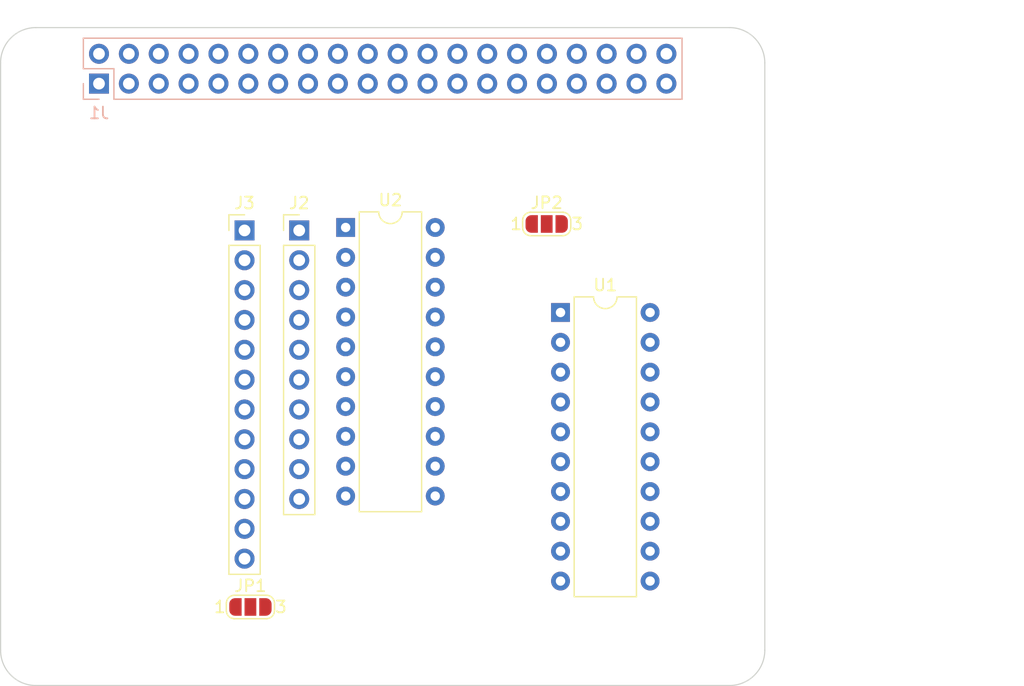
<source format=kicad_pcb>
(kicad_pcb (version 20211014) (generator pcbnew)
  (title_block (date "15 nov 2012"))
  (layers (0 "F.Cu" signal) (31 "B.Cu" signal) (34 "B.Paste" user) (35 "F.Paste" user) (36 "B.SilkS" user "B.Silkscreen") (37 "F.SilkS" user "F.Silkscreen") (38 "B.Mask" user) (39 "F.Mask" user) (44 "Edge.Cuts" user))
  (net 0 "")
  (net 1 "GND")
  (net 2 "PWR3")
  (net 3 "PWR")
  (net 4 "/GPIO2(SDA1)")
  (net 5 "/GPIO[14]{slash}TXD0")
  (net 6 "/GPIO[15]{slash}RXD0")
  (net 7 "/GPIO3(SCL1)")
  (net 8 "/GPIO[18]{slash}PCM.CLK")
  (net 9 "/GPIO4(GCLK)")
  (net 10 "/GPIO17(GEN0)")
  (net 11 "/GPIO27(GEN2)")
  (net 12 "/GPIO22(GEN3)")
  (net 13 "/GPIO23(GEN4)")
  (net 14 "/GPIO24(GEN5)")
  (net 15 "/GPIO10(SPI0_MOSI)")
  (net 16 "/GPIO9(SPI0_MISO)")
  (net 17 "/GPIO25(GEN6)")
  (net 18 "/GPIO11(SPI0_SCK)")
  (net 19 "/ID_SDA")
  (net 20 "/ID_SCL")
  (net 21 "EIO_2")
  (net 22 "/GPIO7(SPI1_CE_N)")
  (net 23 "/GPIO5")
  (net 24 "/GPIO6")
  (net 25 "PWM0")
  (net 26 "/GPIO[16]")
  (net 27 "/GPIO[26]")
  (net 28 "PWM1")
  (net 29 "/GPIO19(SPI1_MISO)")
  (net 30 "/GPIO20(SPI1_MOSI)")
  (net 31 "/GPIO21(SPI1_SCK)")
  (net 32 "/DA0")
  (net 33 "/DA1")
  (net 34 "/DA2")
  (net 35 "/DA3")
  (net 36 "/DA4")
  (net 37 "/DA5")
  (net 38 "/DA6")
  (net 39 "/DA7")
  (net 40 "OE")
  (net 41 "CS")
  (net 42 "WE")
  (net 43 "RST")
  (net 44 "CLK")
  (net 45 "CLR")
  (net 46 "EIO_0")
  (net 47 "EIO_1")
  (net 48 "EXT0")
  (net 49 "EXT1")
  (footprint "MountingHole:MountingHole_2.7mm_M2.5" (layer "F.Cu") (at 161.5 47.5)
    (fp_text reference "MH2" hide)
    (fp_text value "MountingHole_2.7mm_M2.5" hide)
    (pad "" np_thru_hole circle locked (at 0 0) (size 2.7 2.7) (drill 2.7) (layers *.Cu *.Mask))
  )
  (footprint "Package_DIP:DIP-20_W7.62mm" (layer "F.Cu") (at 129.35 61.015)
    (fp_text reference "U2" (at 3.81 -2.33) (layer "F.SilkS"))
    (fp_text value "74HC244")
    (fp_line (start 2.81 -1.33) (end 1.16 -1.33) (layer "F.SilkS") (width 0.12))
    (fp_line (start 6.46 24.19) (end 6.46 -1.33) (layer "F.SilkS") (width 0.12))
    (fp_line (start 1.16 -1.33) (end 1.16 24.19) (layer "F.SilkS") (width 0.12))
    (fp_line (start 1.16 24.19) (end 6.46 24.19) (layer "F.SilkS") (width 0.12))
    (fp_line (start 6.46 -1.33) (end 4.81 -1.33) (layer "F.SilkS") (width 0.12))
    (fp_arc (start 4.81 -1.33) (mid 3.81 -0.33) (end 2.81 -1.33) (layer "F.SilkS") (width 0.12))
    (pad "1" thru_hole rect (at 0 0) (size 1.6 1.6) (drill 0.8) (layers *.Cu *.Mask) (net 1 "GND"))
    (pad "2" thru_hole oval (at 0 2.54) (size 1.6 1.6) (drill 0.8) (layers *.Cu *.Mask) (net 10 "/GPIO17(GEN0)"))
    (pad "3" thru_hole oval (at 0 5.08) (size 1.6 1.6) (drill 0.8) (layers *.Cu *.Mask) (net 42 "WE"))
    (pad "4" thru_hole oval (at 0 7.62) (size 1.6 1.6) (drill 0.8) (layers *.Cu *.Mask) (net 11 "/GPIO27(GEN2)"))
    (pad "5" thru_hole oval (at 0 10.16) (size 1.6 1.6) (drill 0.8) (layers *.Cu *.Mask) (net 43 "RST"))
    (pad "6" thru_hole oval (at 0 12.7) (size 1.6 1.6) (drill 0.8) (layers *.Cu *.Mask) (net 16 "/GPIO9(SPI0_MISO)"))
    (pad "7" thru_hole oval (at 0 15.24) (size 1.6 1.6) (drill 0.8) (layers *.Cu *.Mask) (net 48 "EXT0"))
    (pad "8" thru_hole oval (at 0 17.78) (size 1.6 1.6) (drill 0.8) (layers *.Cu *.Mask) (net 15 "/GPIO10(SPI0_MOSI)"))
    (pad "9" thru_hole oval (at 0 20.32) (size 1.6 1.6) (drill 0.8) (layers *.Cu *.Mask) (net 49 "EXT1"))
    (pad "10" thru_hole oval (at 0 22.86) (size 1.6 1.6) (drill 0.8) (layers *.Cu *.Mask) (net 1 "GND"))
    (pad "11" thru_hole oval (at 7.62 22.86) (size 1.6 1.6) (drill 0.8) (layers *.Cu *.Mask) (net 17 "/GPIO25(GEN6)"))
    (pad "12" thru_hole oval (at 7.62 20.32) (size 1.6 1.6) (drill 0.8) (layers *.Cu *.Mask) (net 41 "CS"))
    (pad "13" thru_hole oval (at 7.62 17.78) (size 1.6 1.6) (drill 0.8) (layers *.Cu *.Mask) (net 14 "/GPIO24(GEN5)"))
    (pad "14" thru_hole oval (at 7.62 15.24) (size 1.6 1.6) (drill 0.8) (layers *.Cu *.Mask) (net 40 "OE"))
    (pad "15" thru_hole oval (at 7.62 12.7) (size 1.6 1.6) (drill 0.8) (layers *.Cu *.Mask) (net 29 "/GPIO19(SPI1_MISO)"))
    (pad "16" thru_hole oval (at 7.62 10.16) (size 1.6 1.6) (drill 0.8) (layers *.Cu *.Mask) (net 45 "CLR"))
    (pad "17" thru_hole oval (at 7.62 7.62) (size 1.6 1.6) (drill 0.8) (layers *.Cu *.Mask) (net 18 "/GPIO11(SPI0_SCK)"))
    (pad "18" thru_hole oval (at 7.62 5.08) (size 1.6 1.6) (drill 0.8) (layers *.Cu *.Mask) (net 44 "CLK"))
    (pad "19" thru_hole oval (at 7.62 2.54) (size 1.6 1.6) (drill 0.8) (layers *.Cu *.Mask) (net 1 "GND"))
    (pad "20" thru_hole oval (at 7.62 0) (size 1.6 1.6) (drill 0.8) (layers *.Cu *.Mask) (net 3 "PWR"))
  )
  (footprint "Jumper:SolderJumper-3_P1.3mm_Open_RoundedPad1.0x1.5mm_NumberLabels" (layer "F.Cu") (at 146.45 60.715)
    (fp_text reference "JP2" (at 0 -1.8) (layer "F.SilkS"))
    (fp_text value "SolderJumper_3_Open")
    (fp_text user "3" (at 2.6 0) (layer "F.SilkS"))
    (fp_text user "1" (at -2.6 0) (layer "F.SilkS"))
    (fp_line (start -2.05 0.3) (end -2.05 -0.3) (layer "F.SilkS") (width 0.12))
    (fp_line (start 1.4 1) (end -1.4 1) (layer "F.SilkS") (width 0.12))
    (fp_line (start -1.4 -1) (end 1.4 -1) (layer "F.SilkS") (width 0.12))
    (fp_line (start 2.05 -0.3) (end 2.05 0.3) (layer "F.SilkS") (width 0.12))
    (fp_arc (start 2.05 0.3) (mid 1.844975 0.794975) (end 1.35 1) (layer "F.SilkS") (width 0.12))
    (fp_arc (start -2.05 -0.3) (mid -1.844975 -0.794975) (end -1.35 -1) (layer "F.SilkS") (width 0.12))
    (fp_arc (start -1.35 1) (mid -1.844975 0.794975) (end -2.05 0.3) (layer "F.SilkS") (width 0.12))
    (fp_arc (start 1.35 -1) (mid 1.844975 -0.794975) (end 2.05 -0.3) (layer "F.SilkS") (width 0.12))
    (pad "1" smd custom (at -1.3 0) (size 1 0.5) (layers "F.Cu" "F.Mask") (net 7 "/GPIO3(SCL1)") (options (clearance outline) (anchor rect)) (primitives (gr_circle (center 0 0.25) (end 0.5 0.25) (width 0) (fill yes)) (gr_circle (center 0 -0.25) (end 0.5 -0.25) (width 0) (fill yes)) (gr_poly (pts (xy 0.55 0.75) (xy 0 0.75) (xy 0 -0.75) (xy 0.55 -0.75)) (width 0) (fill yes))))
    (pad "2" smd rect (at 0 0) (size 1 1.5) (layers "F.Cu" "F.Mask") (net 47 "EIO_1"))
    (pad "3" smd custom (at 1.3 0) (size 1 0.5) (layers "F.Cu" "F.Mask") (net 49 "EXT1") (options (clearance outline) (anchor rect)) (primitives (gr_circle (center 0 0.25) (end 0.5 0.25) (width 0) (fill yes)) (gr_circle (center 0 -0.25) (end 0.5 -0.25) (width 0) (fill yes)) (gr_poly (pts (xy 0 0.75) (xy -0.55 0.75) (xy -0.55 -0.75) (xy 0 -0.75)) (width 0) (fill yes))))
  )
  (footprint "Package_DIP:DIP-20_W7.62mm" (layer "F.Cu") (at 147.625 68.25)
    (fp_text reference "U1" (at 3.81 -2.33) (layer "F.SilkS"))
    (fp_text value "FXMA108")
    (fp_line (start 2.81 -1.33) (end 1.16 -1.33) (layer "F.SilkS") (width 0.12))
    (fp_line (start 1.16 24.19) (end 6.46 24.19) (layer "F.SilkS") (width 0.12))
    (fp_line (start 6.46 -1.33) (end 4.81 -1.33) (layer "F.SilkS") (width 0.12))
    (fp_line (start 6.46 24.19) (end 6.46 -1.33) (layer "F.SilkS") (width 0.12))
    (fp_line (start 1.16 -1.33) (end 1.16 24.19) (layer "F.SilkS") (width 0.12))
    (fp_arc (start 4.81 -1.33) (mid 3.81 -0.33) (end 2.81 -1.33) (layer "F.SilkS") (width 0.12))
    (pad "1" thru_hole rect (at 0 0) (size 1.6 1.6) (drill 0.8) (layers *.Cu *.Mask) (net 2 "PWR3"))
    (pad "2" thru_hole oval (at 0 2.54) (size 1.6 1.6) (drill 0.8) (layers *.Cu *.Mask) (net 30 "/GPIO20(SPI1_MOSI)"))
    (pad "3" thru_hole oval (at 0 5.08) (size 1.6 1.6) (drill 0.8) (layers *.Cu *.Mask) (net 31 "/GPIO21(SPI1_SCK)"))
    (pad "4" thru_hole oval (at 0 7.62) (size 1.6 1.6) (drill 0.8) (layers *.Cu *.Mask) (net 12 "/GPIO22(GEN3)"))
    (pad "5" thru_hole oval (at 0 10.16) (size 1.6 1.6) (drill 0.8) (layers *.Cu *.Mask) (net 13 "/GPIO23(GEN4)"))
    (pad "6" thru_hole oval (at 0 12.7) (size 1.6 1.6) (drill 0.8) (layers *.Cu *.Mask) (net 9 "/GPIO4(GCLK)"))
    (pad "7" thru_hole oval (at 0 15.24) (size 1.6 1.6) (drill 0.8) (layers *.Cu *.Mask) (net 23 "/GPIO5"))
    (pad "8" thru_hole oval (at 0 17.78) (size 1.6 1.6) (drill 0.8) (layers *.Cu *.Mask) (net 24 "/GPIO6"))
    (pad "9" thru_hole oval (at 0 20.32) (size 1.6 1.6) (drill 0.8) (layers *.Cu *.Mask) (net 22 "/GPIO7(SPI1_CE_N)"))
    (pad "10" thru_hole oval (at 0 22.86) (size 1.6 1.6) (drill 0.8) (layers *.Cu *.Mask) (net 1 "GND"))
    (pad "11" thru_hole oval (at 7.62 22.86) (size 1.6 1.6) (drill 0.8) (layers *.Cu *.Mask) (net 1 "GND"))
    (pad "12" thru_hole oval (at 7.62 20.32) (size 1.6 1.6) (drill 0.8) (layers *.Cu *.Mask) (net 39 "/DA7"))
    (pad "13" thru_hole oval (at 7.62 17.78) (size 1.6 1.6) (drill 0.8) (layers *.Cu *.Mask) (net 38 "/DA6"))
    (pad "14" thru_hole oval (at 7.62 15.24) (size 1.6 1.6) (drill 0.8) (layers *.Cu *.Mask) (net 37 "/DA5"))
    (pad "15" thru_hole oval (at 7.62 12.7) (size 1.6 1.6) (drill 0.8) (layers *.Cu *.Mask) (net 36 "/DA4"))
    (pad "16" thru_hole oval (at 7.62 10.16) (size 1.6 1.6) (drill 0.8) (layers *.Cu *.Mask) (net 35 "/DA3"))
    (pad "17" thru_hole oval (at 7.62 7.62) (size 1.6 1.6) (drill 0.8) (layers *.Cu *.Mask) (net 34 "/DA2"))
    (pad "18" thru_hole oval (at 7.62 5.08) (size 1.6 1.6) (drill 0.8) (layers *.Cu *.Mask) (net 33 "/DA1"))
    (pad "19" thru_hole oval (at 7.62 2.54) (size 1.6 1.6) (drill 0.8) (layers *.Cu *.Mask) (net 32 "/DA0"))
    (pad "20" thru_hole oval (at 7.62 0) (size 1.6 1.6) (drill 0.8) (layers *.Cu *.Mask) (net 3 "PWR"))
  )
  (footprint "MountingHole:MountingHole_2.7mm_M2.5" (layer "F.Cu") (at 103.5 96.5)
    (fp_text reference "MH3" hide)
    (fp_text value "MountingHole_2.7mm_M2.5" hide)
    (pad "" np_thru_hole circle locked (at 0 0) (size 2.7 2.7) (drill 2.7) (layers *.Cu *.Mask))
  )
  (footprint "MountingHole:MountingHole_2.7mm_M2.5" (layer "F.Cu") (at 103.5 47.5)
    (fp_text reference "MH1" hide)
    (fp_text value "MountingHole_2.7mm_M2.5" hide)
    (pad "" np_thru_hole circle locked (at 0 0) (size 2.7 2.7) (drill 2.7) (layers *.Cu *.Mask))
  )
  (footprint "Connector_PinHeader_2.54mm:PinHeader_1x12_P2.54mm_Vertical" (layer "F.Cu") (at 120.75 61.265)
    (fp_text reference "J3" (at 0 -2.33) (layer "F.SilkS"))
    (fp_text value "Conn_01x12_Male")
    (fp_line (start -1.33 29.27) (end 1.33 29.27) (layer "F.SilkS") (width 0.12))
    (fp_line (start -1.33 0) (end -1.33 -1.33) (layer "F.SilkS") (width 0.12))
    (fp_line (start -1.33 -1.33) (end 0 -1.33) (layer "F.SilkS") (width 0.12))
    (fp_line (start -1.33 1.27) (end 1.33 1.27) (layer "F.SilkS") (width 0.12))
    (fp_line (start -1.33 1.27) (end -1.33 29.27) (layer "F.SilkS") (width 0.12))
    (fp_line (start 1.33 1.27) (end 1.33 29.27) (layer "F.SilkS") (width 0.12))
    (pad "1" thru_hole rect (at 0 0) (size 1.7 1.7) (drill 1) (layers *.Cu *.Mask) (net 3 "PWR"))
    (pad "2" thru_hole oval (at 0 2.54) (size 1.7 1.7) (drill 1) (layers *.Cu *.Mask) (net 40 "OE"))
    (pad "3" thru_hole oval (at 0 5.08) (size 1.7 1.7) (drill 1) (layers *.Cu *.Mask) (net 41 "CS"))
    (pad "4" thru_hole oval (at 0 7.62) (size 1.7 1.7) (drill 1) (layers *.Cu *.Mask) (net 42 "WE"))
    (pad "5" thru_hole oval (at 0 10.16) (size 1.7 1.7) (drill 1) (layers *.Cu *.Mask) (net 43 "RST"))
    (pad "6" thru_hole oval (at 0 12.7) (size 1.7 1.7) (drill 1) (layers *.Cu *.Mask) (net 44 "CLK"))
    (pad "7" thru_hole oval (at 0 15.24) (size 1.7 1.7) (drill 1) (layers *.Cu *.Mask) (net 45 "CLR"))
    (pad "8" thru_hole oval (at 0 17.78) (size 1.7 1.7) (drill 1) (layers *.Cu *.Mask) (net 46 "EIO_0"))
    (pad "9" thru_hole oval (at 0 20.32) (size 1.7 1.7) (drill 1) (layers *.Cu *.Mask) (net 47 "EIO_1"))
    (pad "10" thru_hole oval (at 0 22.86) (size 1.7 1.7) (drill 1) (layers *.Cu *.Mask) (net 2 "PWR3"))
    (pad "11" thru_hole oval (at 0 25.4) (size 1.7 1.7) (drill 1) (layers *.Cu *.Mask) (net 21 "EIO_2"))
    (pad "12" thru_hole oval (at 0 27.94) (size 1.7 1.7) (drill 1) (layers *.Cu *.Mask) (net 1 "GND"))
  )
  (footprint "MountingHole:MountingHole_2.7mm_M2.5" (layer "F.Cu") (at 161.5 96.5)
    (fp_text reference "MH4" hide)
    (fp_text value "MountingHole_2.7mm_M2.5" hide)
    (pad "" np_thru_hole circle locked (at 0 0) (size 2.7 2.7) (drill 2.7) (layers *.Cu *.Mask))
  )
  (footprint "Jumper:SolderJumper-3_P1.3mm_Open_RoundedPad1.0x1.5mm_NumberLabels" (layer "F.Cu") (at 121.25 93.315)
    (fp_text reference "JP1" (at 0 -1.8) (layer "F.SilkS"))
    (fp_text value "SolderJumper_3_Open")
    (fp_text user "1" (at -2.6 0) (layer "F.SilkS"))
    (fp_text user "3" (at 2.6 0) (layer "F.SilkS"))
    (fp_line (start -1.4 -1) (end 1.4 -1) (layer "F.SilkS") (width 0.12))
    (fp_line (start 1.4 1) (end -1.4 1) (layer "F.SilkS") (width 0.12))
    (fp_line (start -2.05 0.3) (end -2.05 -0.3) (layer "F.SilkS") (width 0.12))
    (fp_line (start 2.05 -0.3) (end 2.05 0.3) (layer "F.SilkS") (width 0.12))
    (fp_arc (start -1.35 1) (mid -1.844975 0.794975) (end -2.05 0.3) (layer "F.SilkS") (width 0.12))
    (fp_arc (start -2.05 -0.3) (mid -1.844975 -0.794975) (end -1.35 -1) (layer "F.SilkS") (width 0.12))
    (fp_arc (start 2.05 0.3) (mid 1.844975 0.794975) (end 1.35 1) (layer "F.SilkS") (width 0.12))
    (fp_arc (start 1.35 -1) (mid 1.844975 -0.794975) (end 2.05 -0.3) (layer "F.SilkS") (width 0.12))
    (pad "1" smd custom (at -1.3 0) (size 1 0.5) (layers "F.Cu" "F.Mask") (net 4 "/GPIO2(SDA1)") (options (clearance outline) (anchor rect)) (primitives (gr_circle (center 0 0.25) (end 0.5 0.25) (width 0) (fill yes)) (gr_circle (center 0 -0.25) (end 0.5 -0.25) (width 0) (fill yes)) (gr_poly (pts (xy 0.55 0.75) (xy 0 0.75) (xy 0 -0.75) (xy 0.55 -0.75)) (width 0) (fill yes))))
    (pad "2" smd rect (at 0 0) (size 1 1.5) (layers "F.Cu" "F.Mask") (net 46 "EIO_0"))
    (pad "3" smd custom (at 1.3 0) (size 1 0.5) (layers "F.Cu" "F.Mask") (net 48 "EXT0") (options (clearance outline) (anchor rect)) (primitives (gr_circle (center 0 0.25) (end 0.5 0.25) (width 0) (fill yes)) (gr_circle (center 0 -0.25) (end 0.5 -0.25) (width 0) (fill yes)) (gr_poly (pts (xy 0 0.75) (xy -0.55 0.75) (xy -0.55 -0.75) (xy 0 -0.75)) (width 0) (fill yes))))
  )
  (footprint "Connector_PinHeader_2.54mm:PinHeader_1x10_P2.54mm_Vertical" (layer "F.Cu") (at 125.4 61.265)
    (fp_text reference "J2" (at 0 -2.33) (layer "F.SilkS"))
    (fp_text value "Conn_01x10_Male")
    (fp_line (start -1.33 1.27) (end -1.33 24.19) (layer "F.SilkS") (width 0.12))
    (fp_line (start -1.33 -1.33) (end 0 -1.33) (layer "F.SilkS") (width 0.12))
    (fp_line (start -1.33 1.27) (end 1.33 1.27) (layer "F.SilkS") (width 0.12))
    (fp_line (start -1.33 24.19) (end 1.33 24.19) (layer "F.SilkS") (width 0.12))
    (fp_line (start -1.33 0) (end -1.33 -1.33) (layer "F.SilkS") (width 0.12))
    (fp_line (start 1.33 1.27) (end 1.33 24.19) (layer "F.SilkS") (width 0.12))
    (pad "1" thru_hole rect (at 0 0) (size 1.7 1.7) (drill 1) (layers *.Cu *.Mask) (net 32 "/DA0"))
    (pad "2" thru_hole oval (at 0 2.54) (size 1.7 1.7) (drill 1) (layers *.Cu *.Mask) (net 33 "/DA1"))
    (pad "3" thru_hole oval (at 0 5.08) (size 1.7 1.7) (drill 1) (layers *.Cu *.Mask) (net 34 "/DA2"))
    (pad "4" thru_hole oval (at 0 7.62) (size 1.7 1.7) (drill 1) (layers *.Cu *.Mask) (net 35 "/DA3"))
    (pad "5" thru_hole oval (at 0 10.16) (size 1.7 1.7) (drill 1) (layers *.Cu *.Mask) (net 36 "/DA4"))
    (pad "6" thru_hole oval (at 0 12.7) (size 1.7 1.7) (drill 1) (layers *.Cu *.Mask) (net 37 "/DA5"))
    (pad "7" thru_hole oval (at 0 15.24) (size 1.7 1.7) (drill 1) (layers *.Cu *.Mask) (net 38 "/DA6"))
    (pad "8" thru_hole oval (at 0 17.78) (size 1.7 1.7) (drill 1) (layers *.Cu *.Mask) (net 39 "/DA7"))
    (pad "9" thru_hole oval (at 0 20.32) (size 1.7 1.7) (drill 1) (layers *.Cu *.Mask) (net 25 "PWM0"))
    (pad "10" thru_hole oval (at 0 22.86) (size 1.7 1.7) (drill 1) (layers *.Cu *.Mask) (net 28 "PWM1"))
  )
  (footprint "Connector_PinSocket_2.54mm:PinSocket_2x20_P2.54mm_Vertical" (layer "B.Cu") (at 108.37 48.77 -90)
    (fp_text reference "J1" (at 2.5 0) (layer "B.SilkS") (effects (justify mirror)))
    (fp_text value "GPIO")
    (fp_line (start 1.33 -1.27) (end 1.33 -49.59) (layer "B.SilkS") (width 0.12))
    (fp_line (start -1.27 -1.27) (end 1.33 -1.27) (layer "B.SilkS") (width 0.12))
    (fp_line (start -3.87 1.33) (end -3.87 -49.59) (layer "B.SilkS") (width 0.12))
    (fp_line (start -3.87 -49.59) (end 1.33 -49.59) (layer "B.SilkS") (width 0.12))
    (fp_line (start 0 1.33) (end 1.33 1.33) (layer "B.SilkS") (width 0.12))
    (fp_line (start -3.87 1.33) (end -1.27 1.33) (layer "B.SilkS") (width 0.12))
    (fp_line (start 1.33 1.33) (end 1.33 0) (layer "B.SilkS") (width 0.12))
    (fp_line (start -1.27 1.33) (end -1.27 -1.27) (layer "B.SilkS") (width 0.12))
    (pad "1" thru_hole rect locked (at 0 0 270) (size 1.7 1.7) (drill 1) (layers *.Cu *.Mask) (net 2 "PWR3"))
    (pad "2" thru_hole oval locked (at -2.54 0 270) (size 1.7 1.7) (drill 1) (layers *.Cu *.Mask) (net 3 "PWR"))
    (pad "3" thru_hole oval locked (at 0 -2.54 270) (size 1.7 1.7) (drill 1) (layers *.Cu *.Mask) (net 4 "/GPIO2(SDA1)"))
    (pad "4" thru_hole oval locked (at -2.54 -2.54 270) (size 1.7 1.7) (drill 1) (layers *.Cu *.Mask) (net 3 "PWR"))
    (pad "5" thru_hole oval locked (at 0 -5.08 270) (size 1.7 1.7) (drill 1) (layers *.Cu *.Mask) (net 7 "/GPIO3(SCL1)"))
    (pad "6" thru_hole oval locked (at -2.54 -5.08 270) (size 1.7 1.7) (drill 1) (layers *.Cu *.Mask) (net 1 "GND"))
    (pad "7" thru_hole oval locked (at 0 -7.62 270) (size 1.7 1.7) (drill 1) (layers *.Cu *.Mask) (net 9 "/GPIO4(GCLK)"))
    (pad "8" thru_hole oval locked (at -2.54 -7.62 270) (size 1.7 1.7) (drill 1) (layers *.Cu *.Mask) (net 5 "/GPIO[14]{slash}TXD0"))
    (pad "9" thru_hole oval locked (at 0 -10.16 270) (size 1.7 1.7) (drill 1) (layers *.Cu *.Mask) (net 1 "GND"))
    (pad "10" thru_hole oval locked (at -2.54 -10.16 270) (size 1.7 1.7) (drill 1) (layers *.Cu *.Mask) (net 6 "/GPIO[15]{slash}RXD0"))
    (pad "11" thru_hole oval locked (at 0 -12.7 270) (size 1.7 1.7) (drill 1) (layers *.Cu *.Mask) (net 10 "/GPIO17(GEN0)"))
    (pad "12" thru_hole oval locked (at -2.54 -12.7 270) (size 1.7 1.7) (drill 1) (layers *.Cu *.Mask) (net 8 "/GPIO[18]{slash}PCM.CLK"))
    (pad "13" thru_hole oval locked (at 0 -15.24 270) (size 1.7 1.7) (drill 1) (layers *.Cu *.Mask) (net 11 "/GPIO27(GEN2)"))
    (pad "14" thru_hole oval locked (at -2.54 -15.24 270) (size 1.7 1.7) (drill 1) (layers *.Cu *.Mask) (net 1 "GND"))
    (pad "15" thru_hole oval locked (at 0 -17.78 270) (size 1.7 1.7) (drill 1) (layers *.Cu *.Mask) (net 12 "/GPIO22(GEN3)"))
    (pad "16" thru_hole oval locked (at -2.54 -17.78 270) (size 1.7 1.7) (drill 1) (layers *.Cu *.Mask) (net 13 "/GPIO23(GEN4)"))
    (pad "17" thru_hole oval locked (at 0 -20.32 270) (size 1.7 1.7) (drill 1) (layers *.Cu *.Mask) (net 2 "PWR3"))
    (pad "18" thru_hole oval locked (at -2.54 -20.32 270) (size 1.7 1.7) (drill 1) (layers *.Cu *.Mask) (net 14 "/GPIO24(GEN5)"))
    (pad "19" thru_hole oval locked (at 0 -22.86 270) (size 1.7 1.7) (drill 1) (layers *.Cu *.Mask) (net 15 "/GPIO10(SPI0_MOSI)"))
    (pad "20" thru_hole oval locked (at -2.54 -22.86 270) (size 1.7 1.7) (drill 1) (layers *.Cu *.Mask) (net 1 "GND"))
    (pad "21" thru_hole oval locked (at 0 -25.4 270) (size 1.7 1.7) (drill 1) (layers *.Cu *.Mask) (net 16 "/GPIO9(SPI0_MISO)"))
    (pad "22" thru_hole oval locked (at -2.54 -25.4 270) (size 1.7 1.7) (drill 1) (layers *.Cu *.Mask) (net 17 "/GPIO25(GEN6)"))
    (pad "23" thru_hole oval locked (at 0 -27.94 270) (size 1.7 1.7) (drill 1) (layers *.Cu *.Mask) (net 18 "/GPIO11(SPI0_SCK)"))
    (pad "24" thru_hole oval locked (at -2.54 -27.94 270) (size 1.7 1.7) (drill 1) (layers *.Cu *.Mask) (net 21 "EIO_2"))
    (pad "25" thru_hole oval locked (at 0 -30.48 270) (size 1.7 1.7) (drill 1) (layers *.Cu *.Mask) (net 1 "GND"))
    (pad "26" thru_hole oval locked (at -2.54 -30.48 270) (size 1.7 1.7) (drill 1) (layers *.Cu *.Mask) (net 22 "/GPIO7(SPI1_CE_N)"))
    (pad "27" thru_hole oval locked (at 0 -33.02 270) (size 1.7 1.7) (drill 1) (layers *.Cu *.Mask) (net 19 "/ID_SDA"))
    (pad "28" thru_hole oval locked (at -2.54 -33.02 270) (size 1.7 1.7) (drill 1) (layers *.Cu *.Mask) (net 20 "/ID_SCL"))
    (pad "29" thru_hole oval locked (at 0 -35.56 270) (size 1.7 1.7) (drill 1) (layers *.Cu *.Mask) (net 23 "/GPIO5"))
    (pad "30" thru_hole oval locked (at -2.54 -35.56 270) (size 1.7 1.7) (drill 1) (layers *.Cu *.Mask) (net 1 "GND"))
    (pad "31" thru_hole oval locked (at 0 -38.1 270) (size 1.7 1.7) (drill 1) (layers *.Cu *.Mask) (net 24 "/GPIO6"))
    (pad "32" thru_hole oval locked (at -2.54 -38.1 270) (size 1.7 1.7) (drill 1) (layers *.Cu *.Mask) (net 25 "PWM0"))
    (pad "33" thru_hole oval locked (at 0 -40.64 270) (size 1.7 1.7) (drill 1) (layers *.Cu *.Mask) (net 28 "PWM1"))
    (pad "34" thru_hole oval locked (at -2.54 -40.64 270) (size 1.7 1.7) (drill 1) (layers *.Cu *.Mask) (net 1 "GND"))
    (pad "35" thru_hole oval locked (at 0 -43.18 270) (size 1.7 1.7) (drill 1) (layers *.Cu *.Mask) (net 29 "/GPIO19(SPI1_MISO)"))
    (pad "36" thru_hole oval locked (at -2.54 -43.18 270) (size 1.7 1.7) (drill 1) (layers *.Cu *.Mask) (net 26 "/GPIO[16]"))
    (pad "37" thru_hole oval locked (at 0 -45.72 270) (size 1.7 1.7) (drill 1) (layers *.Cu *.Mask) (net 27 "/GPIO[26]"))
    (pad "38" thru_hole oval locked (at -2.54 -45.72 270) (size 1.7 1.7) (drill 1) (layers *.Cu *.Mask) (net 30 "/GPIO20(SPI1_MOSI)"))
    (pad "39" thru_hole oval locked (at 0 -48.26 270) (size 1.7 1.7) (drill 1) (layers *.Cu *.Mask) (net 1 "GND"))
    (pad "40" thru_hole oval locked (at -2.54 -48.26 270) (size 1.7 1.7) (drill 1) (layers *.Cu *.Mask) (net 31 "/GPIO21(SPI1_SCK)"))
  )
  (gr_line (start 100 63) (end 100 81) (layer "Edge.Cuts") (width 0.1))
  (gr_arc (start 162 44) (mid 164.12132 44.87868) (end 165 47) (layer "Edge.Cuts") (width 0.1))
  (gr_line (start 165 97) (end 165 47) (layer "Edge.Cuts") (width 0.1))
  (gr_line (start 100 47) (end 100 63) (layer "Edge.Cuts") (width 0.1))
  (gr_arc (start 103 100) (mid 100.87868 99.12132) (end 100 97) (layer "Edge.Cuts") (width 0.1))
  (gr_line (start 103 100) (end 162 100) (layer "Edge.Cuts") (width 0.1))
  (gr_arc (start 165 97) (mid 164.12132 99.12132) (end 162 100) (layer "Edge.Cuts") (width 0.1))
  (gr_arc (start 100 47) (mid 100.87868 44.87868) (end 103 44) (layer "Edge.Cuts") (width 0.1))
  (gr_line (start 100 81) (end 100 97) (layer "Edge.Cuts") (width 0.1))
  (gr_line (start 162 44) (end 103 44) (layer "Edge.Cuts") (width 0.1))
)
</source>
